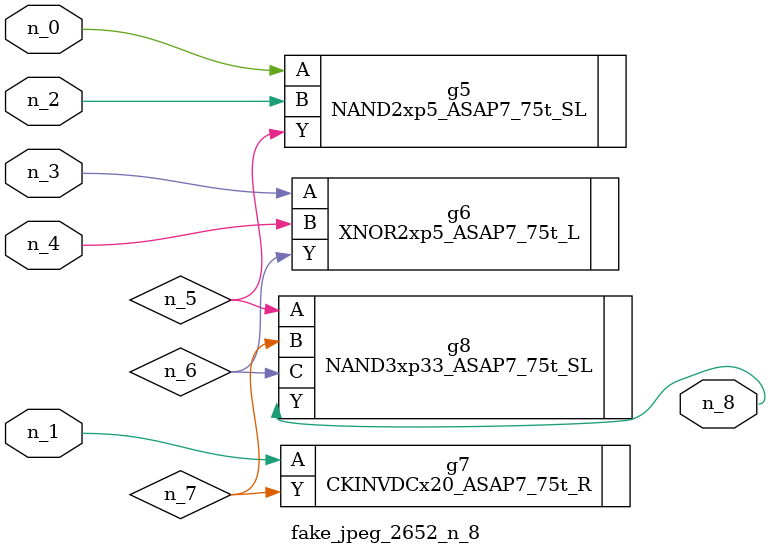
<source format=v>
module fake_jpeg_2652_n_8 (n_3, n_2, n_1, n_0, n_4, n_8);

input n_3;
input n_2;
input n_1;
input n_0;
input n_4;

output n_8;

wire n_6;
wire n_5;
wire n_7;

NAND2xp5_ASAP7_75t_SL g5 ( 
.A(n_0),
.B(n_2),
.Y(n_5)
);

XNOR2xp5_ASAP7_75t_L g6 ( 
.A(n_3),
.B(n_4),
.Y(n_6)
);

CKINVDCx20_ASAP7_75t_R g7 ( 
.A(n_1),
.Y(n_7)
);

NAND3xp33_ASAP7_75t_SL g8 ( 
.A(n_5),
.B(n_7),
.C(n_6),
.Y(n_8)
);


endmodule
</source>
